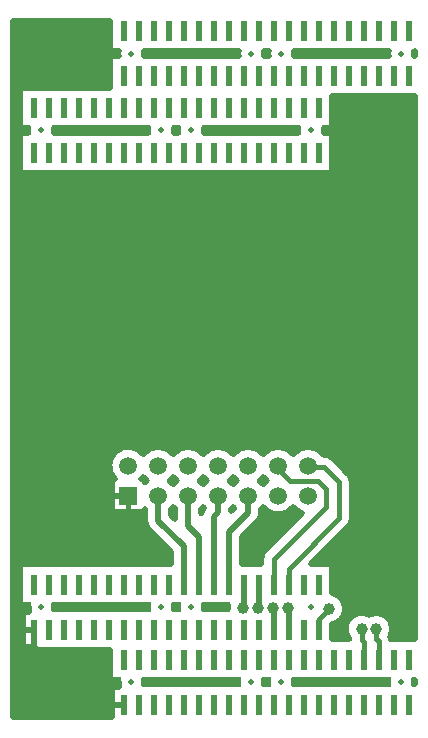
<source format=gbl>
G04 Layer_Physical_Order=2*
G04 Layer_Color=16750848*
%FSLAX25Y25*%
%MOIN*%
G70*
G01*
G75*
%ADD10C,0.01969*%
%ADD11C,0.01575*%
%ADD12C,0.01181*%
%ADD14C,0.01969*%
%ADD15R,0.05906X0.05906*%
%ADD16C,0.05906*%
%ADD17C,0.03937*%
%ADD18R,0.02362X0.06693*%
D10*
X-130712Y39587D02*
G03*
X-130483Y37185I4255J-807D01*
G01*
X-122202Y37972D02*
G03*
X-122126Y38780I-4255J807D01*
G01*
X-122202Y37972D02*
G03*
X-122126Y38780I-4255J807D01*
G01*
X-130712Y39587D02*
G03*
X-130483Y37185I4255J-807D01*
G01*
X-122126Y38780D02*
G03*
X-122202Y39587I-4331J0D01*
G01*
X-122126Y38780D02*
G03*
X-122202Y39587I-4331J0D01*
G01*
X-92222Y12972D02*
G03*
X-92146Y13780I-4255J807D01*
G01*
X-92222Y12972D02*
G03*
X-92146Y13780I-4255J807D01*
G01*
X-100731Y14587D02*
G03*
X-100503Y12185I4255J-807D01*
G01*
X-100731Y14587D02*
G03*
X-100503Y12185I4255J-807D01*
G01*
X-92146Y13780D02*
G03*
X-92222Y14587I-4331J0D01*
G01*
X-92146Y13780D02*
G03*
X-92222Y14587I-4331J0D01*
G01*
X-82202Y37972D02*
G03*
X-82126Y38780I-4255J807D01*
G01*
X-82202Y37972D02*
G03*
X-82126Y38780I-4255J807D01*
G01*
X-80712Y39587D02*
G03*
X-80712Y37972I4255J-807D01*
G01*
Y39587D02*
G03*
X-80712Y37972I4255J-807D01*
G01*
X-93060Y81417D02*
G03*
X-92480Y82074I-4420J4488D01*
G01*
X-92480D02*
G03*
X-91312Y80905I5000J3831D01*
G01*
X-90712Y39587D02*
G03*
X-90712Y37972I4255J-807D01*
G01*
Y39587D02*
G03*
X-90712Y37972I4255J-807D01*
G01*
X-91811Y67598D02*
G03*
X-90543Y64536I4331J0D01*
G01*
X-82126Y38780D02*
G03*
X-82202Y39587I-4331J0D01*
G01*
X-82126Y38780D02*
G03*
X-82202Y39587I-4331J0D01*
G01*
X-91811Y67598D02*
G03*
X-90543Y64536I4331J0D01*
G01*
X-91312Y80905D02*
G03*
X-91969Y80326I3831J-5000D01*
G01*
X-82480Y79737D02*
G03*
X-83649Y80905I-5000J-3831D01*
G01*
X-83150Y71331D02*
G03*
X-82480Y72074I-4331J4574D01*
G01*
X-83649Y80905D02*
G03*
X-82480Y82074I-3831J5000D01*
G01*
X-82480Y72074D02*
G03*
X-81811Y71331I5000J3831D01*
G01*
X-82480Y82074D02*
G03*
X-81312Y80905I5000J3831D01*
G01*
D02*
G03*
X-82480Y79737I3831J-5000D01*
G01*
X-130712Y198543D02*
G03*
X-130712Y196929I4255J-807D01*
G01*
X-122202D02*
G03*
X-122126Y197736I-4255J807D01*
G01*
X-122202Y196929D02*
G03*
X-122126Y197736I-4255J807D01*
G01*
X-130712Y198543D02*
G03*
X-130712Y196929I4255J-807D01*
G01*
X-122126Y197736D02*
G03*
X-122202Y198543I-4331J0D01*
G01*
X-122126Y197736D02*
G03*
X-122202Y198543I-4331J0D01*
G01*
X-100692Y224036D02*
G03*
X-100692Y222421I4255J-807D01*
G01*
Y224036D02*
G03*
X-100692Y222421I4255J-807D01*
G01*
X-92480Y89737D02*
G03*
X-101900Y81417I-5000J-3831D01*
G01*
X-82480Y89737D02*
G03*
X-92480Y89737I-5000J-3831D01*
G01*
X-72480D02*
G03*
X-82480Y89737I-5000J-3831D01*
G01*
X-90712Y198543D02*
G03*
X-90712Y196929I4255J-807D01*
G01*
X-92182Y222421D02*
G03*
X-92106Y223228I-4255J807D01*
G01*
X-92182Y222421D02*
G03*
X-92106Y223228I-4255J807D01*
G01*
D02*
G03*
X-92182Y224036I-4331J0D01*
G01*
X-92106Y223228D02*
G03*
X-92182Y224036I-4331J0D01*
G01*
X-90712Y198543D02*
G03*
X-90712Y196929I4255J-807D01*
G01*
X-82202D02*
G03*
X-82126Y197736I-4255J807D01*
G01*
X-82202Y196929D02*
G03*
X-82126Y197736I-4255J807D01*
G01*
D02*
G03*
X-82202Y198543I-4331J0D01*
G01*
X-82126Y197736D02*
G03*
X-82202Y198543I-4331J0D01*
G01*
X-80712D02*
G03*
X-80712Y196929I4255J-807D01*
G01*
Y198543D02*
G03*
X-80712Y196929I4255J-807D01*
G01*
X-72202Y37972D02*
G03*
X-72126Y38780I-4255J807D01*
G01*
X-72202Y37972D02*
G03*
X-72126Y38780I-4255J807D01*
G01*
D02*
G03*
X-72202Y39587I-4331J0D01*
G01*
X-72126Y38780D02*
G03*
X-72202Y39587I-4331J0D01*
G01*
X-52222Y12972D02*
G03*
X-52146Y13780I-4255J807D01*
G01*
X-52222Y12972D02*
G03*
X-52146Y13780I-4255J807D01*
G01*
X-60731Y14587D02*
G03*
X-60731Y12972I4255J-807D01*
G01*
Y14587D02*
G03*
X-60731Y12972I4255J-807D01*
G01*
X-50731Y14587D02*
G03*
X-50731Y12972I4255J-807D01*
G01*
Y14587D02*
G03*
X-50731Y12972I4255J-807D01*
G01*
X-64233Y39587D02*
G03*
X-64354Y37972I5178J-1201D01*
G01*
X-52146Y13780D02*
G03*
X-52222Y14587I-4331J0D01*
G01*
X-52146Y13780D02*
G03*
X-52222Y14587I-4331J0D01*
G01*
X-42222Y12972D02*
G03*
X-42146Y13780I-4255J807D01*
G01*
X-42222Y12972D02*
G03*
X-42146Y13780I-4255J807D01*
G01*
D02*
G03*
X-42222Y14587I-4331J0D01*
G01*
X-42146Y13780D02*
G03*
X-42222Y14587I-4331J0D01*
G01*
X-72232Y71770D02*
G03*
X-73150Y70021I3275J-2833D01*
G01*
X-72232Y71770D02*
G03*
X-73150Y70021I3275J-2833D01*
G01*
Y71331D02*
G03*
X-72480Y72074I-4331J4574D01*
G01*
D02*
G03*
X-72232Y71770I5000J3831D01*
G01*
X-72480Y79737D02*
G03*
X-73649Y80905I-5000J-3831D01*
G01*
D02*
G03*
X-72480Y82074I-3831J5000D01*
G01*
X-71312Y80905D02*
G03*
X-72480Y79737I3831J-5000D01*
G01*
Y82074D02*
G03*
X-71312Y80905I5000J3831D01*
G01*
X-63150Y71331D02*
G03*
X-62480Y72074I-4331J4574D01*
G01*
D02*
G03*
X-62175Y71705I5000J3831D01*
G01*
X-62480Y79737D02*
G03*
X-63649Y80905I-5000J-3831D01*
G01*
D02*
G03*
X-62480Y82074I-3831J5000D01*
G01*
X-61312Y80905D02*
G03*
X-62480Y79737I3831J-5000D01*
G01*
Y82074D02*
G03*
X-61312Y80905I5000J3831D01*
G01*
X-51880Y57805D02*
G03*
X-53091Y54882I2923J-2923D01*
G01*
X-51875Y57809D02*
G03*
X-53091Y54882I2919J-2928D01*
G01*
X-54418Y67213D02*
G03*
X-53150Y70275I-3062J3062D01*
G01*
X-54418Y67213D02*
G03*
X-53150Y70275I-3062J3062D01*
G01*
Y71331D02*
G03*
X-52480Y72074I-4331J4574D01*
G01*
Y79737D02*
G03*
X-53649Y80905I-5000J-3831D01*
G01*
D02*
G03*
X-52480Y82074I-3831J5000D01*
G01*
D02*
G03*
X-51312Y80905I5000J3831D01*
G01*
X-52480Y72074D02*
G03*
X-42480Y72074I5000J3831D01*
G01*
X-51312Y80905D02*
G03*
X-52480Y79737I3831J-5000D01*
G01*
X-42480Y72074D02*
G03*
X-39681Y70003I5000J3831D01*
G01*
X-2221Y12972D02*
G03*
X-2146Y13780I-4255J807D01*
G01*
X-2221Y12972D02*
G03*
X-2146Y13780I-4255J807D01*
G01*
X-10731Y14587D02*
G03*
X-10731Y12972I4255J-807D01*
G01*
Y14587D02*
G03*
X-10731Y12972I4255J-807D01*
G01*
X-2146Y13780D02*
G03*
X-2221Y14587I-4331J0D01*
G01*
X-9888Y27972D02*
G03*
X-10134Y28886I-4089J-610D01*
G01*
X-9888Y27972D02*
G03*
X-10134Y28886I-4089J-610D01*
G01*
X-2146Y13780D02*
G03*
X-2221Y14587I-4331J0D01*
G01*
X-10134Y28886D02*
G03*
X-9449Y31496I-4630J2610D01*
G01*
X-29429Y32985D02*
G03*
X-25197Y38189I-1083J5204D01*
G01*
D02*
G03*
X-29429Y43393I-5315J0D01*
G01*
X-17224Y36207D02*
G03*
X-23819Y28155I-2461J-4711D01*
G01*
X-9449Y31496D02*
G03*
X-17224Y36207I-5315J0D01*
G01*
X-24148Y65478D02*
G03*
X-22933Y68405I-2919J2928D01*
G01*
X-24144Y65482D02*
G03*
X-22933Y68405I-2923J2923D01*
G01*
Y80315D02*
G03*
X-24144Y83238I-4134J0D01*
G01*
X-22933Y80315D02*
G03*
X-24148Y83242I-4134J0D01*
G01*
X-62480Y89737D02*
G03*
X-72480Y89737I-5000J-3831D01*
G01*
X-72202Y196929D02*
G03*
X-72126Y197736I-4255J807D01*
G01*
X-72202Y196929D02*
G03*
X-72126Y197736I-4255J807D01*
G01*
X-52480Y89737D02*
G03*
X-62480Y89737I-5000J-3831D01*
G01*
X-72126Y197736D02*
G03*
X-72202Y198543I-4331J0D01*
G01*
X-72126Y197736D02*
G03*
X-72202Y198543I-4331J0D01*
G01*
X-52182Y222421D02*
G03*
X-52106Y223228I-4255J807D01*
G01*
X-52182Y222421D02*
G03*
X-52106Y223228I-4255J807D01*
G01*
X-60692Y224036D02*
G03*
X-60692Y222421I4255J-807D01*
G01*
Y224036D02*
G03*
X-60692Y222421I4255J-807D01*
G01*
X-52106Y223228D02*
G03*
X-52182Y224036I-4331J0D01*
G01*
X-50692D02*
G03*
X-50692Y222421I4255J-807D01*
G01*
X-52106Y223228D02*
G03*
X-52182Y224036I-4331J0D01*
G01*
X-50692D02*
G03*
X-50692Y222421I4255J-807D01*
G01*
X-42480Y89737D02*
G03*
X-52480Y89737I-5000J-3831D01*
G01*
X-32355Y89567D02*
G03*
X-42480Y89737I-5126J-3661D01*
G01*
X-29262Y88356D02*
G03*
X-32185Y89567I-2923J-2923D01*
G01*
X-40712Y198543D02*
G03*
X-40712Y196929I4255J-807D01*
G01*
X-32202D02*
G03*
X-32126Y197736I-4255J807D01*
G01*
X-32202Y196929D02*
G03*
X-32126Y197736I-4255J807D01*
G01*
X-40712Y198543D02*
G03*
X-40712Y196929I4255J-807D01*
G01*
X-32126Y197736D02*
G03*
X-32202Y198543I-4331J0D01*
G01*
X-32126Y197736D02*
G03*
X-32202Y198543I-4331J0D01*
G01*
X-29258Y88352D02*
G03*
X-32185Y89567I-2928J-2919D01*
G01*
X-42182Y222421D02*
G03*
X-42106Y223228I-4255J807D01*
G01*
X-42182Y222421D02*
G03*
X-42106Y223228I-4255J807D01*
G01*
D02*
G03*
X-42182Y224036I-4331J0D01*
G01*
X-42106Y223228D02*
G03*
X-42182Y224036I-4331J0D01*
G01*
X-10692D02*
G03*
X-10692Y222421I4255J-807D01*
G01*
X-2182D02*
G03*
X-2106Y223228I-4255J807D01*
G01*
X-2182Y222421D02*
G03*
X-2106Y223228I-4255J807D01*
G01*
X-10692Y224036D02*
G03*
X-10692Y222421I4255J-807D01*
G01*
X-2106Y223228D02*
G03*
X-2182Y224036I-4331J0D01*
G01*
X-2106Y223228D02*
G03*
X-2182Y224036I-4331J0D01*
G01*
X-59055Y38386D02*
X-58957Y38484D01*
Y46279D01*
X-54134Y38386D02*
X-53957Y38563D01*
Y46279D01*
X-43957Y31280D02*
Y38150D01*
X-73957Y46279D02*
Y62146D01*
X-77480Y65669D02*
X-73957Y62146D01*
X-77480Y65669D02*
Y75906D01*
X-78957Y46279D02*
Y59075D01*
X-87480Y67598D02*
X-78957Y59075D01*
X-87480Y67598D02*
Y75906D01*
X-57480Y70275D02*
Y75906D01*
X-63957Y63799D02*
X-57480Y70275D01*
X-63957Y46279D02*
Y63799D01*
X-67480Y70413D02*
Y75906D01*
X-68957Y68937D02*
X-67480Y70413D01*
X-68957Y46279D02*
Y68937D01*
X-110020Y6279D02*
X-98976D01*
X-128957Y25217D02*
X-110020Y6279D01*
X-128957Y25217D02*
Y31280D01*
X-48957D02*
Y38386D01*
X-133051Y31280D02*
X-128957D01*
X-134449Y32677D02*
X-133051Y31280D01*
X-134449Y32677D02*
Y53740D01*
X-127362Y60827D01*
X-127839Y1969D02*
Y24587D01*
X-135827Y24842D02*
X-128484D01*
X-123902Y1969D02*
Y24587D01*
X-125871Y1969D02*
Y24587D01*
X-131776Y1969D02*
Y25374D01*
X-132697D02*
Y37185D01*
X-129808Y1969D02*
Y25374D01*
X-128484Y24587D02*
Y25374D01*
X-135827Y16968D02*
X-103504D01*
X-135827Y18937D02*
X-103504D01*
X-135827Y5157D02*
X-102717D01*
X-135827Y15000D02*
X-103504D01*
X-135827Y20905D02*
X-103504D01*
X-135827Y22874D02*
X-103504D01*
X-123484Y24587D02*
X-119429D01*
X-128484D02*
X-123484D01*
X-119429D01*
X-135827Y30748D02*
X-132697D01*
X-135827Y32716D02*
X-132697D01*
X-135827Y26811D02*
X-132697D01*
X-135827Y28779D02*
X-132697D01*
X-135827Y34685D02*
X-132697D01*
X-135827Y36653D02*
X-132697D01*
X-135827Y38622D02*
X-130785D01*
X-132697Y25374D02*
X-128484D01*
X-132697Y37185D02*
X-130483D01*
X-122202Y39587D02*
X-119429D01*
X-122202D02*
X-119429D01*
X-122202Y37972D02*
X-119429D01*
X-122202D02*
X-119429D01*
X-118484Y24587D02*
X-114429D01*
X-118484D02*
X-114429D01*
X-114060Y1969D02*
Y24587D01*
X-116028Y1969D02*
Y24587D01*
X-119965Y1969D02*
Y24587D01*
X-121934Y1969D02*
Y24587D01*
X-117997Y1969D02*
Y24587D01*
X-119429D02*
X-118484D01*
X-106186Y1969D02*
Y24587D01*
X-108154Y1969D02*
Y24587D01*
X-104217Y1969D02*
Y24587D01*
X-103504Y14587D02*
Y24587D01*
X-113484D02*
X-109429D01*
X-114429D02*
X-113484D01*
X-110123Y1969D02*
Y24587D01*
X-112091Y1969D02*
Y24587D01*
X-113484D02*
X-109429D01*
X-118484Y37972D02*
X-114429D01*
X-119429D02*
X-118484D01*
X-109429Y24587D02*
X-108484D01*
X-118484Y37972D02*
X-114429D01*
X-113484D01*
X-109429D02*
X-108484D01*
X-113484D02*
X-109429D01*
X-113484D02*
X-109429D01*
X-108484Y24587D02*
X-104429D01*
X-108484Y37972D02*
X-104429D01*
Y24587D02*
X-103504D01*
X-108484D02*
X-104429D01*
X-108484Y37972D02*
X-104429D01*
X-108484Y39587D02*
X-104429D01*
X-108154Y37972D02*
Y39587D01*
X-104429D02*
X-103484D01*
X-104429Y37972D02*
X-103484D01*
X-135827Y48464D02*
X-133484D01*
X-135827Y50433D02*
X-133484D01*
X-135827Y40590D02*
X-133484D01*
X-135827Y46496D02*
X-133484D01*
X-135713Y1969D02*
Y234252D01*
X-135827Y1969D02*
Y234252D01*
X-133745Y1969D02*
Y234252D01*
X-133484Y39587D02*
Y52972D01*
X-131776Y37185D02*
Y39587D01*
X-133484D02*
X-130712D01*
X-135827Y42559D02*
X-133484D01*
X-135827Y44527D02*
X-133484D01*
X-119965Y37972D02*
Y39587D01*
X-121934Y37972D02*
Y39587D01*
X-135827Y52401D02*
X-133484D01*
Y52972D02*
X-128484D01*
X-124429D01*
X-128484D02*
X-124429D01*
X-129808D02*
Y183543D01*
X-131776Y52972D02*
Y183543D01*
X-123902Y52972D02*
Y183543D01*
X-127839Y52972D02*
Y183543D01*
X-125871Y52972D02*
Y183543D01*
X-124429Y52972D02*
X-123484D01*
X-135827Y72086D02*
X-102992D01*
X-123484Y52972D02*
X-119429D01*
X-123484D02*
X-119429D01*
X-135827Y74055D02*
X-102992D01*
X-135827Y76023D02*
X-102992D01*
X-121934Y52972D02*
Y183543D01*
X-135827Y79960D02*
X-102992D01*
X-135827Y77992D02*
X-102992D01*
X-118484Y39587D02*
X-114429D01*
X-119429D02*
X-118484D01*
X-116028Y37972D02*
Y39587D01*
X-117997Y37972D02*
Y39587D01*
X-118484D02*
X-114429D01*
X-118484Y52972D02*
X-114429D01*
X-114060Y37972D02*
Y39587D01*
X-117997Y52972D02*
Y183543D01*
X-108484Y39587D02*
X-104429D01*
X-109429D02*
X-108484D01*
X-104217Y37972D02*
Y39587D01*
X-106186Y37972D02*
Y39587D01*
X-113484D02*
X-109429D01*
X-114429D02*
X-113484D01*
X-110123Y37972D02*
Y39587D01*
X-112091Y37972D02*
Y39587D01*
X-113484D02*
X-109429D01*
X-118484Y52972D02*
X-114429D01*
X-119429D02*
X-118484D01*
X-113484D02*
X-109429D01*
X-114429D02*
X-113484D01*
X-116028D02*
Y183543D01*
X-119965Y52972D02*
Y183543D01*
X-110123Y52972D02*
Y183543D01*
X-114060Y52972D02*
Y183543D01*
X-112091Y52972D02*
Y183543D01*
X-109429Y52972D02*
X-108484D01*
X-113484D02*
X-109429D01*
X-108484D02*
X-104429D01*
X-108484D02*
X-104429D01*
X-106186D02*
Y183543D01*
X-108154Y52972D02*
Y183543D01*
X-104429Y52972D02*
X-103484D01*
X-104217D02*
Y183543D01*
X-102992Y70394D02*
Y81417D01*
X-135827Y7126D02*
X-102717D01*
X-135827Y9094D02*
X-102717D01*
X-135827Y1969D02*
X-102717D01*
X-135827Y3189D02*
X-102717D01*
X-135827Y11063D02*
X-102717D01*
X-135827Y13031D02*
X-100742D01*
X-102717Y1969D02*
Y12185D01*
X-102249D02*
Y14587D01*
X-102717Y12185D02*
X-100503D01*
X-92222Y14587D02*
X-89449D01*
X-103504D02*
X-100731D01*
X-103484Y37972D02*
X-99429D01*
X-98484D01*
X-103484D02*
X-99429D01*
X-100280D02*
Y39587D01*
X-103484D02*
X-99429D01*
X-96343Y37972D02*
Y39587D01*
X-99429D02*
X-98484D01*
X-98312Y37972D02*
Y39587D01*
X-98484Y37972D02*
X-94429D01*
X-98484D02*
X-94429D01*
X-92222Y14587D02*
X-89449D01*
X-94429Y37972D02*
X-93484D01*
X-122129Y38622D02*
X-90785D01*
X-98484Y39587D02*
X-94429D01*
X-93484Y37972D02*
X-90712D01*
X-93484Y39587D02*
X-90712D01*
X-93484Y37972D02*
X-90712D01*
X-92222Y12972D02*
X-89449D01*
X-92222Y12972D02*
X-89449D01*
X-88504Y12972D02*
X-84449D01*
X-89449D02*
X-88504D01*
X-88469Y12972D02*
Y14587D01*
X-90438Y12972D02*
Y14587D01*
X-84532Y12972D02*
Y14587D01*
X-86501Y12972D02*
Y14587D01*
X-83504Y12972D02*
X-79449D01*
X-88504D02*
X-83504D01*
X-78504D02*
X-74449D01*
X-83504D02*
X-79449D01*
X-80595D02*
Y14587D01*
X-82564Y12972D02*
Y14587D01*
X-78504Y12972D02*
X-74449D01*
X-78627D02*
Y14587D01*
X-79449Y12972D02*
X-78504D01*
X-88504Y14587D02*
X-83504D01*
X-89449Y14587D02*
X-88504D01*
X-84449D01*
X-82129Y38622D02*
X-80785D01*
X-82202Y39587D02*
X-80712D01*
X-82202D02*
X-80712D01*
X-92211Y13031D02*
X-60742D01*
X-83504Y14587D02*
X-79449D01*
X-78504D01*
X-83504D02*
X-79449D01*
X-82202Y37972D02*
X-80712D01*
X-82202D02*
X-80712D01*
X-78504Y14587D02*
X-74449D01*
X-78504D02*
X-74449D01*
X-103484Y39587D02*
X-99429D01*
X-103484Y52972D02*
X-99429D01*
X-102249Y37972D02*
Y39587D01*
X-103484Y52972D02*
X-99429D01*
X-100280D02*
Y70394D01*
X-102249Y52972D02*
Y70394D01*
X-98484Y52972D02*
X-94429D01*
X-99429D02*
X-98484D01*
X-94429Y39587D02*
X-93484D01*
X-98484D02*
X-94429D01*
X-94375Y37972D02*
Y39587D01*
X-93484D02*
X-90712D01*
X-94429Y52972D02*
X-93484D01*
X-98484D02*
X-94429D01*
X-93484D02*
X-89429D01*
X-94375D02*
Y70394D01*
X-93484Y52972D02*
X-89429D01*
X-135827Y68149D02*
X-91811D01*
X-102992Y70394D02*
X-91969D01*
X-96343Y52972D02*
Y70394D01*
X-98312Y52972D02*
Y70394D01*
X-102249Y81417D02*
Y81789D01*
X-102992Y81417D02*
X-101900D01*
X-135827Y58307D02*
X-84313D01*
X-135827Y60275D02*
X-86282D01*
X-135827Y54370D02*
X-83288D01*
X-135827Y56338D02*
X-83288D01*
X-135827Y62244D02*
X-88250D01*
X-135827Y64212D02*
X-90219D01*
X-135827Y66181D02*
X-91572D01*
X-135827Y70118D02*
X-91811D01*
X-92406Y37972D02*
Y39587D01*
X-89429Y52972D02*
X-88484D01*
X-92406D02*
Y70394D01*
X-88469Y52972D02*
Y62463D01*
X-90438Y52972D02*
Y64432D01*
X-88484Y52972D02*
X-84429D01*
X-88484D02*
X-84429D01*
X-86501D02*
Y60495D01*
X-90543Y64536D02*
X-83288Y57281D01*
Y52972D02*
Y57281D01*
X-84532Y52972D02*
Y58526D01*
X-84429Y52972D02*
X-83484D01*
X-91969Y70394D02*
Y71486D01*
X-91811Y67598D02*
Y71331D01*
X-83150Y69392D02*
Y71331D01*
X-91969Y80326D02*
Y81417D01*
X-82564Y68807D02*
Y71967D01*
Y79844D02*
Y81967D01*
X-83150Y69392D02*
X-81811Y68054D01*
X-83150Y70118D02*
X-81811D01*
Y68054D02*
Y71331D01*
X-82660Y79960D02*
X-82301D01*
X-133484Y183543D02*
X-128484D01*
X-135827Y184291D02*
X-133484D01*
X-128484Y183543D02*
X-124429D01*
X-128484D02*
X-124429D01*
X-135827Y186259D02*
X-133484D01*
X-135827Y188228D02*
X-133484D01*
Y183543D02*
Y196929D01*
X-135827Y190196D02*
X-133484D01*
X-135827Y85866D02*
X-103779D01*
X-135827Y87834D02*
X-103477D01*
X-135827Y81929D02*
X-102366D01*
X-135827Y83897D02*
X-103451D01*
X-135827Y89803D02*
X-102429D01*
X-135827Y91771D02*
X-99777D01*
X-123484Y183543D02*
X-119429D01*
X-124429D02*
X-123484D01*
X-119429D01*
X-135827Y192165D02*
X-133484D01*
X-135827Y194133D02*
X-133484D01*
X-135827Y196102D02*
X-133484D01*
Y196929D02*
X-130712D01*
X-135827Y198070D02*
X-130774D01*
X-133484Y198543D02*
X-130712D01*
X-131776Y196929D02*
Y198543D01*
X-122202Y196929D02*
X-119429D01*
X-122202D02*
X-119429D01*
X-122202Y198543D02*
X-119429D01*
X-122202D02*
X-119429D01*
X-118484Y183543D02*
X-114429D01*
X-119429D02*
X-118484D01*
X-114429D02*
X-113484D01*
X-118484D02*
X-114429D01*
X-119965Y196929D02*
Y198543D01*
X-121934Y196929D02*
Y198543D01*
X-114429Y196929D02*
X-113484D01*
X-116028D02*
Y198543D01*
X-103484Y183543D02*
X-99429D01*
X-104429D02*
X-103484D01*
X-102249Y90022D02*
Y183543D01*
X-100280Y91548D02*
Y183543D01*
X-113484D02*
X-109429D01*
X-113484D02*
X-109429D01*
X-108484D02*
X-104429D01*
X-109429D02*
X-108484D01*
X-104429D01*
X-118484Y196929D02*
X-114429D01*
X-119429D02*
X-118484D01*
X-113484D02*
X-109429D01*
X-118484D02*
X-114429D01*
X-118484Y198543D02*
X-114429D01*
X-119429D02*
X-118484D01*
X-114060Y196929D02*
Y198543D01*
X-117997Y196929D02*
Y198543D01*
X-118484D02*
X-114429D01*
X-109429Y196929D02*
X-108484D01*
X-113484D02*
X-109429D01*
X-108484D02*
X-104429D01*
X-108484D02*
X-104429D01*
X-103484D02*
X-99429D01*
X-104429D02*
X-103484D01*
X-100280D02*
Y198543D01*
X-102249Y196929D02*
Y198543D01*
X-103484D02*
X-99429D01*
X-135827Y203976D02*
X-133484D01*
X-135827Y205944D02*
X-133484D01*
X-135827Y200039D02*
X-133484D01*
X-135827Y202007D02*
X-133484D01*
X-135827Y207913D02*
X-133484D01*
X-135827Y209881D02*
X-133484D01*
Y198543D02*
Y211929D01*
X-135827Y211850D02*
X-133484D01*
X-128484Y211929D02*
X-124429D01*
X-133484D02*
X-128484D01*
X-123484D02*
X-119429D01*
X-128484D02*
X-124429D01*
X-121934D02*
Y234252D01*
X-123484Y211929D02*
X-119429D01*
X-118484D02*
X-114429D01*
X-119965D02*
Y234252D01*
X-119429Y211929D02*
X-118484D01*
X-135827Y215787D02*
X-103465D01*
X-135827Y217755D02*
X-103465D01*
X-124429Y211929D02*
X-123484D01*
X-135827Y213818D02*
X-103465D01*
X-129808Y211929D02*
Y234252D01*
X-131776Y211929D02*
Y234252D01*
X-123902Y211929D02*
Y234252D01*
X-127839Y211929D02*
Y234252D01*
X-125871Y211929D02*
Y234252D01*
X-135827Y223661D02*
X-100746D01*
X-135827Y225629D02*
X-103465D01*
X-135827Y219724D02*
X-103465D01*
X-135827Y221692D02*
X-103465D01*
X-135827Y233503D02*
X-103465D01*
X-135827Y234252D02*
X-103465D01*
X-135827Y227598D02*
X-103465D01*
X-135827Y231535D02*
X-103465D01*
X-135827Y229566D02*
X-103465D01*
X-114429Y198543D02*
X-113484D01*
X-118484Y211929D02*
X-114429D01*
X-110123Y196929D02*
Y198543D01*
X-112091Y196929D02*
Y198543D01*
X-116028Y211929D02*
Y234252D01*
X-117997Y211929D02*
Y234252D01*
X-110123Y211929D02*
Y234252D01*
X-112091Y211929D02*
Y234252D01*
X-108484Y198543D02*
X-104429D01*
X-108484D02*
X-104429D01*
X-104217Y196929D02*
Y198543D01*
X-104429D02*
X-103484D01*
X-113484D02*
X-109429D01*
X-113484D02*
X-109429D01*
X-106186Y196929D02*
Y198543D01*
X-109429D02*
X-108484D01*
X-108154Y196929D02*
Y198543D01*
X-113484Y211929D02*
X-109429D01*
X-114429D02*
X-113484D01*
X-109429D02*
X-108484D01*
X-113484D02*
X-109429D01*
X-108484D02*
X-104429D01*
X-114060D02*
Y234252D01*
X-106186Y211929D02*
Y234252D01*
X-108154Y211929D02*
Y234252D01*
X-108484Y211929D02*
X-104429D01*
X-103484D01*
X-103465Y222421D02*
X-100692D01*
X-103465Y211929D02*
Y222421D01*
X-102249D02*
Y224036D01*
X-104217Y211929D02*
Y234252D01*
X-103465Y224036D02*
X-100692D01*
X-103465D02*
Y234252D01*
X-135827Y115393D02*
X-1969D01*
X-135827Y117362D02*
X-1969D01*
X-135827Y111456D02*
X-1969D01*
X-135827Y113425D02*
X-1969D01*
X-135827Y123267D02*
X-1969D01*
X-135827Y125236D02*
X-1969D01*
X-135827Y119330D02*
X-1969D01*
X-135827Y121299D02*
X-1969D01*
X-135827Y97677D02*
X-1969D01*
X-135827Y99645D02*
X-1969D01*
X-135827Y93740D02*
X-1969D01*
X-135827Y95708D02*
X-1969D01*
X-135827Y107519D02*
X-1969D01*
X-135827Y109488D02*
X-1969D01*
X-135827Y101614D02*
X-1969D01*
X-135827Y105551D02*
X-1969D01*
X-135827Y103582D02*
X-1969D01*
X-135827Y148858D02*
X-1969D01*
X-135827Y150826D02*
X-1969D01*
X-135827Y144921D02*
X-1969D01*
X-135827Y146889D02*
X-1969D01*
X-135827Y172480D02*
X-1969D01*
X-135827Y174448D02*
X-1969D01*
X-135827Y152795D02*
X-1969D01*
X-135827Y170511D02*
X-1969D01*
X-135827Y154763D02*
X-1969D01*
X-135827Y131141D02*
X-1969D01*
X-135827Y133110D02*
X-1969D01*
X-135827Y127204D02*
X-1969D01*
X-135827Y129173D02*
X-1969D01*
X-135827Y140984D02*
X-1969D01*
X-135827Y142952D02*
X-1969D01*
X-135827Y135078D02*
X-1969D01*
X-135827Y139015D02*
X-1969D01*
X-135827Y137047D02*
X-1969D01*
X-95184Y91771D02*
X-89777D01*
X-92406Y81417D02*
Y81979D01*
X-93060Y81417D02*
X-91969D01*
X-92406Y89832D02*
Y183543D01*
X-96343Y92101D02*
Y183543D01*
X-90438Y91467D02*
Y183543D01*
X-88469Y92127D02*
Y183543D01*
X-135827Y156732D02*
X-1969D01*
X-85184Y91771D02*
X-79777D01*
X-135827Y158700D02*
X-1969D01*
X-135827Y160669D02*
X-1969D01*
X-82564Y89844D02*
Y183543D01*
X-86501Y92128D02*
Y183543D01*
X-84532Y91472D02*
Y183543D01*
X-88484D02*
X-84429D01*
X-88484D02*
X-84429D01*
X-83484D02*
X-79429D01*
X-84429D02*
X-83484D01*
X-94429D02*
X-93484D01*
X-98484D02*
X-94429D01*
X-89429D02*
X-88484D01*
X-93484D02*
X-89429D01*
X-93484D02*
X-89429D01*
X-135827Y166574D02*
X-1969D01*
X-135827Y168543D02*
X-1969D01*
X-135827Y162637D02*
X-1969D01*
X-135827Y164606D02*
X-1969D01*
X-135827Y176417D02*
X-1969D01*
X-135827Y178385D02*
X-1969D01*
X-135827Y180354D02*
X-1969D01*
X-83484Y183543D02*
X-79429D01*
X-135827Y182322D02*
X-1969D01*
X-99429Y183543D02*
X-98484D01*
X-103484D02*
X-99429D01*
X-98312Y92150D02*
Y183543D01*
X-98484D02*
X-94429D01*
X-99429Y196929D02*
X-98484D01*
X-103484D02*
X-99429D01*
X-96343D02*
Y198543D01*
X-98312Y196929D02*
Y198543D01*
X-98484Y196929D02*
X-94429D01*
X-98484D02*
X-94429D01*
X-94375Y91386D02*
Y183543D01*
X-94429Y196929D02*
X-93484D01*
X-90712D01*
X-94375D02*
Y198543D01*
X-92406Y196929D02*
Y198543D01*
X-93484Y196929D02*
X-90712D01*
X-99429Y198543D02*
X-98484D01*
X-103484D02*
X-99429D01*
X-98484D02*
X-94429D01*
X-98484D02*
X-94429D01*
X-93484D01*
X-122139Y198070D02*
X-90775D01*
X-93484Y198543D02*
X-90712D01*
X-93484D02*
X-90712D01*
X-92182Y222421D02*
X-89410D01*
X-92182D02*
X-89410D01*
X-92128Y223661D02*
X-60746D01*
X-92182Y224036D02*
X-89410D01*
X-92182D02*
X-89410D01*
X-82139Y198070D02*
X-80774D01*
X-86501Y222421D02*
Y224036D01*
X-88465Y222421D02*
X-84409D01*
X-83465D01*
X-80595Y91381D02*
Y183543D01*
X-82202Y196929D02*
X-80712D01*
X-78627Y92099D02*
Y183543D01*
X-79429D02*
X-78484D01*
X-82202Y198543D02*
X-80712D01*
X-82202D02*
X-80712D01*
X-82202Y196929D02*
X-80712D01*
X-90438Y222421D02*
Y224036D01*
X-89410D02*
X-88465D01*
Y222421D02*
X-84409D01*
X-89410D02*
X-88465D01*
X-88469D02*
Y224036D01*
X-88465D02*
X-84409D01*
X-84532Y222421D02*
Y224036D01*
X-88465D02*
X-84409D01*
X-83465D01*
Y222421D02*
X-79409D01*
X-83465D02*
X-79409D01*
X-78465D01*
X-82564D02*
Y224036D01*
X-83465D02*
X-79409D01*
X-83465D02*
X-79409D01*
X-80595Y222421D02*
Y224036D01*
X-78627Y222421D02*
Y224036D01*
X-79409D02*
X-78465D01*
X-76658Y12972D02*
Y14587D01*
X-74449D02*
X-73504D01*
Y12972D02*
X-69449D01*
X-74449D02*
X-73504D01*
X-74690D02*
Y14587D01*
X-73504D02*
X-69449D01*
X-70753Y12972D02*
Y14587D01*
X-72721Y12972D02*
Y14587D01*
X-69449Y12972D02*
X-64449D01*
X-73504D02*
X-69449D01*
X-64449Y12972D02*
X-63504D01*
X-68504D02*
X-64449D01*
X-69449Y14587D02*
X-64449D01*
X-73504D02*
X-69449D01*
X-64847Y12972D02*
Y14587D01*
X-68784Y12972D02*
Y14587D01*
X-66816Y12972D02*
Y14587D01*
X-72202Y37972D02*
X-69429D01*
X-72202D02*
X-69429D01*
X-70753D02*
Y39587D01*
X-72202D02*
X-69429D01*
X-68504Y14587D02*
X-64449D01*
X-69429Y37972D02*
X-68484D01*
X-64429D01*
X-68484D02*
X-64429D01*
X-72129Y38622D02*
X-64365D01*
X-72202Y39587D02*
X-69429D01*
X-68784Y37972D02*
Y39587D01*
X-69429D02*
X-68484D01*
X-64429D01*
X-63504Y12972D02*
X-60731D01*
X-63504Y12972D02*
X-60731D01*
X-51068D02*
Y14587D01*
X-52222Y12972D02*
X-50731D01*
X-52222D02*
X-50731D01*
X-39449Y12972D02*
X-38504D01*
X-42222D02*
X-39449D01*
X-42222Y12972D02*
X-39449D01*
X-39257Y12972D02*
Y14587D01*
X-41225Y12972D02*
Y14587D01*
X-37288Y12972D02*
Y14587D01*
X-62879Y12972D02*
Y14587D01*
X-63504D02*
X-60731D01*
X-60910Y12972D02*
Y14587D01*
X-52211Y13031D02*
X-50742D01*
X-64449Y14587D02*
X-63504D01*
X-60731D01*
X-52222Y14587D02*
X-50731D01*
X-52222D02*
X-50731D01*
X-42222D02*
X-39449D01*
X-42222Y14587D02*
X-39449D01*
X-38504D01*
X-66816Y37972D02*
Y39587D01*
X-68484D02*
X-64429D01*
X-64847Y37972D02*
Y39587D01*
X-63150Y70731D02*
Y71331D01*
X-73150Y70021D02*
Y71331D01*
X-63150Y70731D02*
X-62175Y71705D01*
X-59626Y56338D02*
X-52826D01*
X-59626Y58307D02*
X-51378D01*
X-59429Y52972D02*
X-58484D01*
X-59626Y54370D02*
X-53091D01*
X-59626Y52972D02*
Y62005D01*
Y60275D02*
X-49409D01*
X-58942Y52972D02*
Y62689D01*
X-59626Y62005D02*
X-54418Y67213D01*
X-59388Y62244D02*
X-47441D01*
X-72721Y71078D02*
Y71779D01*
X-72660Y79960D02*
X-72301D01*
X-72721Y80032D02*
Y81779D01*
X-62879Y71001D02*
Y71604D01*
X-62660Y79960D02*
X-62301D01*
X-62879Y80207D02*
Y81604D01*
X-58484Y52972D02*
X-54429D01*
X-58484D02*
X-54429D01*
X-53484D02*
X-53091D01*
X-54429D02*
X-53484D01*
X-55005D02*
Y66626D01*
X-56973Y52972D02*
Y64658D01*
X-53091Y52972D02*
Y54882D01*
X-53484Y52972D02*
X-53091D01*
X-57419Y64212D02*
X-45472D01*
X-47131Y62554D02*
Y69616D01*
X-53036Y55549D02*
Y71441D01*
X-51875Y57809D02*
X-39681Y70003D01*
X-51068Y58617D02*
Y70728D01*
X-49099Y60585D02*
Y69818D01*
X-45162Y64522D02*
Y70048D01*
X-53150Y70275D02*
Y71331D01*
X-52660Y79960D02*
X-52301D01*
X-53036Y80370D02*
Y81441D01*
X-55451Y66181D02*
X-43504D01*
X-53708Y68149D02*
X-41535D01*
X-44994Y70118D02*
X-39966D01*
X-53153D02*
X-49967D01*
X-43194Y66491D02*
Y71290D01*
X-41225Y68459D02*
Y70841D01*
X-38504Y12972D02*
X-34449D01*
X-38504Y12972D02*
X-33504D01*
X-29449D01*
X-33504D02*
X-29449D01*
X-33351D02*
Y14587D01*
X-35320Y12972D02*
Y14587D01*
X-29414Y12972D02*
Y14587D01*
X-31383Y12972D02*
Y14587D01*
X-28504Y12972D02*
X-24449D01*
X-29449D02*
X-28504D01*
X-23504D02*
X-19449D01*
X-28504D02*
X-24449D01*
X-25477D02*
Y14587D01*
X-27446Y12972D02*
Y14587D01*
X-23504Y12972D02*
X-19449D01*
X-23509D02*
Y14587D01*
X-24449Y12972D02*
X-23504D01*
X-33504Y14587D02*
X-29449D01*
X-38504D02*
X-33504D01*
X-29449D02*
X-28504D01*
X-33504D02*
X-29449D01*
X-38504Y14587D02*
X-34449D01*
X-29429Y27972D02*
X-28504D01*
Y14587D02*
X-24449D01*
X-29429Y30748D02*
X-24947D01*
X-29429Y32716D02*
X-24858D01*
X-42211Y13031D02*
X-10742D01*
X-28504Y14587D02*
X-24449D01*
X-23504D02*
X-19449D01*
X-24449D02*
X-23504D01*
X-28504Y27972D02*
X-24449D01*
X-29429Y28779D02*
X-24253D01*
X-23504Y14587D02*
X-19449D01*
X-28504Y27972D02*
X-24449D01*
X-23819D01*
X-19449Y12972D02*
X-14449D01*
X-19572D02*
Y14587D01*
X-14449Y12972D02*
X-13504D01*
X-18504D02*
X-14449D01*
X-17603Y12972D02*
Y14587D01*
X-21540Y12972D02*
Y14587D01*
X-13666Y12972D02*
Y14587D01*
X-15635Y12972D02*
Y14587D01*
X-13504Y12972D02*
X-10731D01*
X-13504Y12972D02*
X-10731D01*
X-11698D02*
Y14587D01*
X-1969Y12972D02*
Y14587D01*
X-19449D02*
X-14449D01*
X-18504Y14587D02*
X-14449D01*
X-13504Y14587D02*
X-10731D01*
X-14449Y14587D02*
X-13504D01*
X-10731D01*
X-9888Y27972D02*
X-9449D01*
X-9729Y27972D02*
Y29792D01*
X-8504Y27972D02*
X-4449D01*
X-9449D02*
X-8504D01*
X-4449D01*
X-10093Y28779D02*
X-1969D01*
X-4449Y27972D02*
X-1969D01*
X-9888Y27972D02*
X-9449D01*
X-9502Y30748D02*
X-1969D01*
X-29414Y27972D02*
Y32989D01*
X-29429Y27972D02*
Y32985D01*
X-25477Y27972D02*
Y36485D01*
X-27446Y27972D02*
Y33847D01*
X-29414Y43389D02*
Y60212D01*
X-29429Y43393D02*
Y52972D01*
X-25477Y39893D02*
Y64149D01*
X-27446Y42531D02*
Y62180D01*
X-26516Y34685D02*
X-23937D01*
X-25424Y36653D02*
X-20971D01*
X-25770Y40590D02*
X-1969D01*
X-29429Y46496D02*
X-1969D01*
X-29429Y48464D02*
X-1969D01*
X-29429Y44527D02*
X-1969D01*
X-27486Y42559D02*
X-1969D01*
X-36654Y52972D02*
X-34429D01*
X-36654D02*
X-34429D01*
X-29429D01*
X-35320D02*
Y54306D01*
X-33351Y52972D02*
Y56275D01*
X-36654Y52972D02*
X-24148Y65478D01*
X-31383Y52972D02*
Y58243D01*
X-25477Y84572D02*
Y209035D01*
X-29258Y88352D02*
X-24148Y83242D01*
X-35257Y54370D02*
X-1969D01*
X-33288Y56338D02*
X-1969D01*
X-29429Y50433D02*
X-1969D01*
X-29429Y52401D02*
X-1969D01*
X-31320Y58307D02*
X-1969D01*
X-29351Y60275D02*
X-1969D01*
X-27383Y62244D02*
X-1969D01*
X-26772Y85866D02*
X-1969D01*
X-25414Y64212D02*
X-1969D01*
X-23509Y35188D02*
Y66301D01*
X-17603Y36386D02*
Y209035D01*
X-18399Y36653D02*
X-16049D01*
X-21540Y36477D02*
Y209035D01*
X-15635Y36739D02*
Y209035D01*
X-11698Y35838D02*
Y209035D01*
X-13666Y36696D02*
Y209035D01*
X-13478Y36653D02*
X-1969D01*
X-9591Y32716D02*
X-1969D01*
X-10511Y34685D02*
X-1969D01*
X-7761Y27972D02*
Y209035D01*
X-9729Y33200D02*
Y209035D01*
X-1969Y27972D02*
Y209035D01*
X-5792Y27972D02*
Y209035D01*
X-3824Y27972D02*
Y209035D01*
X-25214Y38622D02*
X-1969D01*
X-22941Y68149D02*
X-1969D01*
X-19572Y36810D02*
Y209035D01*
X-23509Y82420D02*
Y209035D01*
X-22933Y68405D02*
Y80315D01*
X-23583Y66181D02*
X-1969D01*
X-22933Y70118D02*
X-1969D01*
X-22933Y72086D02*
X-1969D01*
X-22933Y74055D02*
X-1969D01*
X-23261Y81929D02*
X-1969D01*
X-24803Y83897D02*
X-1969D01*
X-22933Y76023D02*
X-1969D01*
X-22933Y79960D02*
X-1969D01*
X-22933Y77992D02*
X-1969D01*
X-76658Y92151D02*
Y183543D01*
X-78484D02*
X-74429D01*
X-74690Y91553D02*
Y183543D01*
X-75184Y91771D02*
X-69777D01*
X-73484Y183543D02*
X-69429D01*
X-78484D02*
X-74429D01*
X-72721Y90033D02*
Y183543D01*
X-70753Y91288D02*
Y183543D01*
X-69429D02*
X-68484D01*
X-65184Y91771D02*
X-59777D01*
X-66816Y92170D02*
Y183543D01*
X-68784Y92068D02*
Y183543D01*
X-68484D02*
X-64429D01*
X-64847Y91628D02*
Y183543D01*
X-64429D02*
X-63484D01*
X-59429D01*
X-73484D02*
X-69429D01*
X-74429D02*
X-73484D01*
X-72202Y196929D02*
X-69429D01*
X-72202D02*
X-69429D01*
X-68484D01*
X-72202Y198543D02*
X-69429D01*
X-68484D01*
Y183543D02*
X-64429D01*
X-68484Y196929D02*
X-64429D01*
X-63484D01*
X-68484D02*
X-64429D01*
X-64847D02*
Y198543D01*
X-66816Y196929D02*
Y198543D01*
X-63484Y196929D02*
X-59429D01*
X-64429Y198543D02*
X-63484D01*
Y196929D02*
X-59429D01*
X-58484Y183543D02*
X-54429D01*
X-59429D02*
X-58484D01*
X-55005Y91698D02*
Y183543D01*
X-56973Y92184D02*
Y183543D01*
X-62879Y90207D02*
Y183543D01*
X-63484D02*
X-59429D01*
X-60910Y91189D02*
Y183543D01*
X-58942Y92033D02*
Y183543D01*
X-58484D02*
X-54429D01*
X-53036Y90370D02*
Y183543D01*
X-55184Y91771D02*
X-49777D01*
X-51068Y91083D02*
Y183543D01*
X-54429D02*
X-53484D01*
X-45162Y91763D02*
Y183543D01*
X-49099Y91993D02*
Y183543D01*
X-47131Y92195D02*
Y183543D01*
X-58484Y196929D02*
X-54429D01*
X-58484D02*
X-54429D01*
X-53484Y183543D02*
X-49429D01*
X-53484D02*
X-49429D01*
X-59429Y196929D02*
X-58484D01*
X-62879D02*
Y198543D01*
X-53484Y196929D02*
X-49429D01*
X-54429D02*
X-53484D01*
X-49429D01*
X-48484Y183543D02*
X-44429D01*
X-49429D02*
X-48484D01*
X-44429D01*
X-48484Y196929D02*
X-44429D01*
X-48484D02*
X-44429D01*
X-49429D02*
X-48484D01*
X-45162D02*
Y198543D01*
X-48484D02*
X-44429D01*
X-43484D01*
X-78465Y222421D02*
X-74410D01*
X-70753Y196929D02*
Y198543D01*
X-76658Y222421D02*
Y224036D01*
X-78465Y222421D02*
X-74410D01*
X-72721D02*
Y224036D01*
X-74690Y222421D02*
Y224036D01*
X-68784Y196929D02*
Y198543D01*
X-72202D02*
X-69429D01*
X-63484D02*
X-59429D01*
X-68484D02*
X-64429D01*
X-73465Y222421D02*
X-69410D01*
X-73465D02*
X-69410D01*
X-63484Y198543D02*
X-59429D01*
X-70753Y222421D02*
Y224036D01*
X-68484Y198543D02*
X-64429D01*
X-74410Y222421D02*
X-73465D01*
X-78465Y224036D02*
X-74410D01*
X-69410Y222421D02*
X-68465D01*
X-74410Y224036D02*
X-73465D01*
X-69410D01*
X-78465D02*
X-74410D01*
X-68784Y222421D02*
Y224036D01*
X-73465D02*
X-69410D01*
X-68465D01*
Y222421D02*
X-64410D01*
X-68465D02*
X-64410D01*
X-63465D02*
X-60692D01*
X-64410D02*
X-63465D01*
X-68465Y224036D02*
X-64410D01*
X-68465D02*
X-64410D01*
X-66816Y222421D02*
Y224036D01*
X-64847Y222421D02*
Y224036D01*
X-64410D02*
X-63465D01*
X-58484Y198543D02*
X-54429D01*
X-58484D02*
X-54429D01*
X-55005Y196929D02*
Y198543D01*
X-54429D02*
X-53484D01*
X-60910Y196929D02*
Y198543D01*
X-59429D02*
X-58484D01*
X-56973Y196929D02*
Y198543D01*
X-58942Y196929D02*
Y198543D01*
X-53484D02*
X-49429D01*
X-53484D02*
X-49429D01*
X-51068Y196929D02*
Y198543D01*
X-53036Y196929D02*
Y198543D01*
X-49429D02*
X-48484D01*
X-51068Y222421D02*
Y224036D01*
X-49099Y196929D02*
Y198543D01*
X-47131Y196929D02*
Y198543D01*
X-48484D02*
X-44429D01*
X-60910Y222421D02*
Y224036D01*
X-63465Y222421D02*
X-60692D01*
X-63465Y224036D02*
X-60692D01*
X-63465D02*
X-60692D01*
X-62879Y222421D02*
Y224036D01*
X-52182Y222421D02*
X-50692D01*
X-52182D02*
X-50692D01*
X-52128Y223661D02*
X-50746D01*
X-52182Y224036D02*
X-50692D01*
X-52182D02*
X-50692D01*
X-45184Y91771D02*
X-39777D01*
X-43194Y90521D02*
Y183543D01*
X-44429D02*
X-43484D01*
X-39429D01*
X-43484D02*
X-39429D01*
X-41225Y90971D02*
Y183543D01*
X-39257Y91949D02*
Y183543D01*
X-35184Y91771D02*
X-1969D01*
X-32531Y89803D02*
X-1969D01*
X-38484Y183543D02*
X-34429D01*
X-39429D02*
X-38484D01*
X-33351Y90663D02*
Y183543D01*
X-37288Y92202D02*
Y183543D01*
X-35320Y91823D02*
Y183543D01*
X-44429Y196929D02*
X-43484D01*
X-72139Y198070D02*
X-40775D01*
X-43484Y196929D02*
X-40712D01*
X-43484D02*
X-40712D01*
X-43484Y198543D02*
X-40712D01*
X-43484D02*
X-40712D01*
X-43194Y196929D02*
Y198543D01*
X-41225Y196929D02*
Y198543D01*
X-34429Y183543D02*
X-29429D01*
X-38484D02*
X-34429D01*
X-32202Y196929D02*
X-29429D01*
X-32202Y198543D02*
X-29429D01*
X-31383Y89488D02*
Y183543D01*
X-29429D02*
Y196929D01*
Y184291D02*
X-1969D01*
X-31383Y196929D02*
Y198543D01*
X-29429D02*
Y209035D01*
X-27446Y86540D02*
Y209035D01*
X-29414Y88501D02*
Y209035D01*
X-29429Y188228D02*
X-1969D01*
X-29429Y190196D02*
X-1969D01*
X-28740Y87834D02*
X-1969D01*
X-29429Y186259D02*
X-1969D01*
X-29429Y194133D02*
X-1969D01*
X-32139Y198070D02*
X-1969D01*
X-29429Y192165D02*
X-1969D01*
X-29429Y200039D02*
X-1969D01*
X-29429Y196102D02*
X-1969D01*
X-18465Y209035D02*
X-14410D01*
X-19410D02*
X-18465D01*
X-13465D02*
X-9409D01*
X-14410D02*
X-13465D01*
X-28465D02*
X-24409D01*
X-29410D02*
X-28465D01*
X-23465D02*
X-19410D01*
X-24409D02*
X-23465D01*
X-19410D01*
X-29429Y205944D02*
X-1969D01*
X-29429Y207913D02*
X-1969D01*
X-29429Y202007D02*
X-1969D01*
X-29429Y203976D02*
X-1969D01*
X-9409Y209035D02*
X-8465D01*
X-13465D02*
X-9409D01*
X-4409D02*
X-1969D01*
X-8465D02*
X-4409D01*
X-8465D02*
X-4409D01*
X-42182Y222421D02*
X-39410D01*
X-42182D02*
X-39410D01*
X-38465D01*
X-41225D02*
Y224036D01*
X-37288Y222421D02*
Y224036D01*
X-39257Y222421D02*
Y224036D01*
X-38465Y222421D02*
X-34409D01*
X-38465D02*
X-34409D01*
X-28465Y209035D02*
X-24409D01*
X-34409Y222421D02*
X-33465D01*
X-29410D01*
X-35320D02*
Y224036D01*
X-28465Y222421D02*
X-24409D01*
X-31383D02*
Y224036D01*
X-29410Y222421D02*
X-28465D01*
X-38465Y224036D02*
X-34409D01*
X-38465D02*
X-34409D01*
X-33351Y222421D02*
Y224036D01*
X-34409D02*
X-33465D01*
X-39410D02*
X-38465D01*
X-42182D02*
X-39410D01*
X-42182D02*
X-39410D01*
X-33465Y222421D02*
X-29410D01*
X-42128Y223661D02*
X-10746D01*
X-28465Y222421D02*
X-24409D01*
X-29414D02*
Y224036D01*
X-33465D02*
X-29410D01*
X-33465D02*
X-29410D01*
X-28465D02*
X-24409D01*
X-29410D02*
X-28465D01*
X-24409D01*
Y222421D02*
X-23465D01*
X-25477D02*
Y224036D01*
X-23465Y222421D02*
X-19410D01*
X-23465D02*
X-19410D01*
X-23509D02*
Y224036D01*
X-27446Y222421D02*
Y224036D01*
X-19572Y222421D02*
Y224036D01*
X-21540Y222421D02*
Y224036D01*
X-18465Y209035D02*
X-14410D01*
X-19410Y222421D02*
X-18465D01*
X-14410D01*
X-18465D02*
X-14410D01*
X-15635D02*
Y224036D01*
X-17603Y222421D02*
Y224036D01*
X-1969Y222421D02*
Y224036D01*
X-11698Y222421D02*
Y224036D01*
X-23465D02*
X-19410D01*
X-24409D02*
X-23465D01*
X-14410Y222421D02*
X-13465D01*
X-19410Y224036D02*
X-18465D01*
X-14410D01*
X-23465D02*
X-19410D01*
X-13666Y222421D02*
Y224036D01*
X-18465D02*
X-14410D01*
X-13465D01*
Y222421D02*
X-10692D01*
X-13465D02*
X-10692D01*
X-13465Y224036D02*
X-10692D01*
X-13465D02*
X-10692D01*
X-127362Y60827D02*
X-120275D01*
X-105197Y75906D01*
X-97480D01*
D11*
X-13976Y21280D02*
Y27362D01*
X-14764Y28150D02*
X-13976Y27362D01*
X-14764Y28150D02*
Y31496D01*
X-18976Y21280D02*
Y27244D01*
X-19685Y27953D02*
X-18976Y27244D01*
X-19685Y27953D02*
Y31496D01*
X-27067Y68405D02*
Y80315D01*
X-32185Y85433D02*
X-27067Y80315D01*
X-37008Y85433D02*
X-32185D01*
X-37480Y85905D02*
X-37008Y85433D01*
X-43957Y51516D02*
X-27067Y68405D01*
X-43957Y46279D02*
Y51516D01*
X-31594Y72244D02*
Y78150D01*
X-48957Y54882D02*
X-31594Y72244D01*
X-48957Y46279D02*
Y54882D01*
X-34350Y80905D02*
X-31594Y78150D01*
X-43504Y80905D02*
X-34350D01*
X-47480Y84882D02*
X-43504Y80905D01*
X-47480Y84882D02*
Y85905D01*
X-33957Y31280D02*
Y34744D01*
X-30512Y38189D01*
X-128957Y26358D02*
Y31280D01*
X-131713D02*
X-128957D01*
X-101732Y6279D02*
X-98976D01*
X-97480Y71378D02*
Y75906D01*
X-102008D02*
X-97480D01*
D12*
X-44193Y38386D02*
X-43957Y38150D01*
X-44291Y38386D02*
X-44193D01*
D14*
X-126457Y197736D02*
D03*
X-86457D02*
D03*
X-76457D02*
D03*
X-36457D02*
D03*
X-96437Y223228D02*
D03*
X-56437D02*
D03*
X-46437D02*
D03*
X-6437D02*
D03*
X-126457Y38780D02*
D03*
X-86457D02*
D03*
X-76457D02*
D03*
X-36457D02*
D03*
X-6476Y13780D02*
D03*
X-46476D02*
D03*
X-56476D02*
D03*
X-96476D02*
D03*
D15*
X-97480Y75906D02*
D03*
D16*
Y85905D02*
D03*
X-87480Y75906D02*
D03*
Y85905D02*
D03*
X-77480Y75906D02*
D03*
Y85905D02*
D03*
X-67480Y75906D02*
D03*
Y85905D02*
D03*
X-57480Y75906D02*
D03*
Y85905D02*
D03*
X-47480D02*
D03*
Y75906D02*
D03*
X-37480Y85905D02*
D03*
Y75906D02*
D03*
D17*
X-14764Y31496D02*
D03*
X-19685D02*
D03*
X-44291Y38386D02*
D03*
X-49213Y38386D02*
D03*
X-54134D02*
D03*
X-59055D02*
D03*
X-30512Y38189D02*
D03*
D18*
X-83957Y190236D02*
D03*
Y205236D02*
D03*
X-88957Y190236D02*
D03*
X-93957D02*
D03*
X-88957Y205236D02*
D03*
X-93957D02*
D03*
X-98957Y190236D02*
D03*
Y205236D02*
D03*
X-103957Y190236D02*
D03*
Y205236D02*
D03*
X-108957Y190236D02*
D03*
Y205236D02*
D03*
X-113957Y190236D02*
D03*
Y205236D02*
D03*
X-123957D02*
D03*
X-128957D02*
D03*
Y190236D02*
D03*
X-123957D02*
D03*
X-118957Y205236D02*
D03*
Y190236D02*
D03*
X-33957D02*
D03*
Y205236D02*
D03*
X-38957Y190236D02*
D03*
X-43957D02*
D03*
X-38957Y205236D02*
D03*
X-43957D02*
D03*
X-48957Y190236D02*
D03*
Y205236D02*
D03*
X-53957Y190236D02*
D03*
Y205236D02*
D03*
X-58957Y190236D02*
D03*
Y205236D02*
D03*
X-63957Y190236D02*
D03*
Y205236D02*
D03*
X-73957D02*
D03*
X-78957D02*
D03*
Y190236D02*
D03*
X-73957D02*
D03*
X-68957Y205236D02*
D03*
Y190236D02*
D03*
X-53937Y215728D02*
D03*
Y230728D02*
D03*
X-58937Y215728D02*
D03*
X-63937D02*
D03*
X-58937Y230728D02*
D03*
X-63937D02*
D03*
X-68937Y215728D02*
D03*
Y230728D02*
D03*
X-73937Y215728D02*
D03*
Y230728D02*
D03*
X-78937Y215728D02*
D03*
Y230728D02*
D03*
X-83937Y215728D02*
D03*
Y230728D02*
D03*
X-93937D02*
D03*
X-98937D02*
D03*
Y215728D02*
D03*
X-93937D02*
D03*
X-88937Y230728D02*
D03*
Y215728D02*
D03*
X-3937D02*
D03*
Y230728D02*
D03*
X-8937Y215728D02*
D03*
X-13937D02*
D03*
X-8937Y230728D02*
D03*
X-13937D02*
D03*
X-18937Y215728D02*
D03*
Y230728D02*
D03*
X-23937Y215728D02*
D03*
Y230728D02*
D03*
X-28937Y215728D02*
D03*
Y230728D02*
D03*
X-33937Y215728D02*
D03*
Y230728D02*
D03*
X-43937D02*
D03*
X-48937D02*
D03*
Y215728D02*
D03*
X-43937D02*
D03*
X-38937Y230728D02*
D03*
Y215728D02*
D03*
X-83957Y31280D02*
D03*
Y46279D02*
D03*
X-88957Y31280D02*
D03*
X-93957D02*
D03*
X-88957Y46279D02*
D03*
X-93957D02*
D03*
X-98957Y31280D02*
D03*
Y46279D02*
D03*
X-103957Y31280D02*
D03*
Y46279D02*
D03*
X-108957Y31280D02*
D03*
Y46279D02*
D03*
X-113957Y31280D02*
D03*
Y46279D02*
D03*
X-123957D02*
D03*
X-128957D02*
D03*
Y31280D02*
D03*
X-123957D02*
D03*
X-118957Y46279D02*
D03*
Y31280D02*
D03*
X-33957D02*
D03*
Y46279D02*
D03*
X-38957Y31280D02*
D03*
X-43957D02*
D03*
X-38957Y46279D02*
D03*
X-43957D02*
D03*
X-48957Y31280D02*
D03*
Y46279D02*
D03*
X-53957Y31280D02*
D03*
Y46279D02*
D03*
X-58957Y31280D02*
D03*
Y46279D02*
D03*
X-63957Y31280D02*
D03*
Y46279D02*
D03*
X-73957D02*
D03*
X-78957D02*
D03*
Y31280D02*
D03*
X-73957D02*
D03*
X-68957Y46279D02*
D03*
Y31280D02*
D03*
X-38976Y6279D02*
D03*
Y21280D02*
D03*
X-43976Y6279D02*
D03*
X-48976D02*
D03*
Y21280D02*
D03*
X-43976D02*
D03*
X-33976D02*
D03*
Y6279D02*
D03*
X-28976Y21280D02*
D03*
Y6279D02*
D03*
X-23976Y21280D02*
D03*
Y6279D02*
D03*
X-18976Y21280D02*
D03*
Y6279D02*
D03*
X-13976Y21280D02*
D03*
X-8976Y21280D02*
D03*
X-13976Y6279D02*
D03*
X-8976Y6279D02*
D03*
X-3976Y21280D02*
D03*
Y6279D02*
D03*
X-88976Y6279D02*
D03*
Y21280D02*
D03*
X-93976Y6279D02*
D03*
X-98976D02*
D03*
Y21280D02*
D03*
X-93976D02*
D03*
X-83976D02*
D03*
Y6279D02*
D03*
X-78976Y21280D02*
D03*
Y6279D02*
D03*
X-73976Y21280D02*
D03*
Y6279D02*
D03*
X-68976Y21280D02*
D03*
Y6279D02*
D03*
X-63976Y21280D02*
D03*
X-58976Y21280D02*
D03*
X-63976Y6279D02*
D03*
X-58976Y6279D02*
D03*
X-53976Y21280D02*
D03*
Y6279D02*
D03*
M02*

</source>
